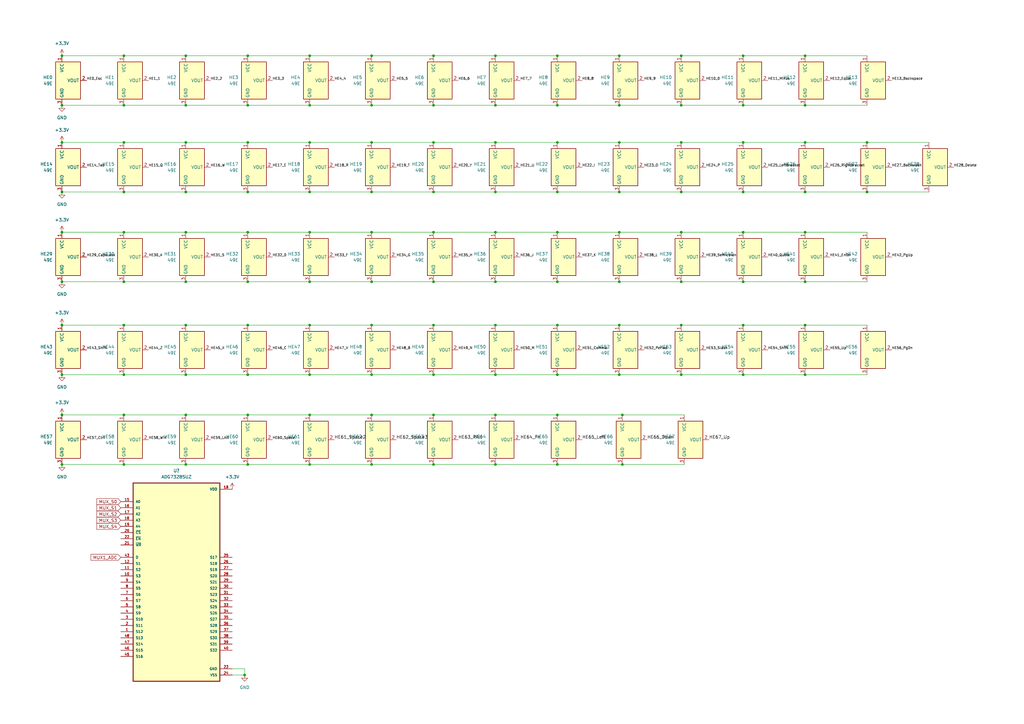
<source format=kicad_sch>
(kicad_sch (version 20250114) (generator "eeschema") (generator_version "9.0")
  (paper "A3")
  (junction (at 304.8 133.35))
  (junction (at 177.8 78.74))
  (junction (at 25.4 153.67))
  (junction (at 76.2 133.35))
  (junction (at 203.2 43.18))
  (junction (at 152.4 153.67))
  (junction (at 152.4 115.57))
  (junction (at 228.6 133.35))
  (junction (at 76.2 78.74))
  (junction (at 101.6 190.5))
  (junction (at 76.2 115.57))
  (junction (at 50.8 153.67))
  (junction (at 50.8 115.57))
  (junction (at 279.4 153.67))
  (junction (at 25.4 190.5))
  (junction (at 177.8 95.25))
  (junction (at 25.4 58.42))
  (junction (at 101.6 22.86))
  (junction (at 304.8 115.57))
  (junction (at 228.6 170.18))
  (junction (at 177.8 190.5))
  (junction (at 203.2 95.25))
  (junction (at 25.4 43.18))
  (junction (at 177.8 153.67))
  (junction (at 152.4 133.35))
  (junction (at 228.6 58.42))
  (junction (at 228.6 115.57))
  (junction (at 330.2 95.25))
  (junction (at 101.6 95.25))
  (junction (at 330.2 153.67))
  (junction (at 127 95.25))
  (junction (at 228.6 78.74))
  (junction (at 228.6 43.18))
  (junction (at 127 43.18))
  (junction (at 76.2 190.5))
  (junction (at 304.8 95.25))
  (junction (at 127 115.57))
  (junction (at 330.2 78.74))
  (junction (at 152.4 190.5))
  (junction (at 50.8 58.42))
  (junction (at 177.8 58.42))
  (junction (at 279.4 22.86))
  (junction (at 330.2 115.57))
  (junction (at 279.4 95.25))
  (junction (at 25.4 170.18))
  (junction (at 127 133.35))
  (junction (at 355.6 78.74))
  (junction (at 228.6 153.67))
  (junction (at 50.8 133.35))
  (junction (at 101.6 43.18))
  (junction (at 152.4 95.25))
  (junction (at 50.8 78.74))
  (junction (at 203.2 22.86))
  (junction (at 254 22.86))
  (junction (at 330.2 133.35))
  (junction (at 76.2 95.25))
  (junction (at 50.8 190.5))
  (junction (at 101.6 58.42))
  (junction (at 228.6 95.25))
  (junction (at 304.8 58.42))
  (junction (at 127 22.86))
  (junction (at 50.8 22.86))
  (junction (at 101.6 115.57))
  (junction (at 25.4 78.74))
  (junction (at 177.8 115.57))
  (junction (at 127 153.67))
  (junction (at 228.6 190.5))
  (junction (at 152.4 170.18))
  (junction (at 152.4 58.42))
  (junction (at 127 170.18))
  (junction (at 177.8 43.18))
  (junction (at 255.27 190.5))
  (junction (at 76.2 153.67))
  (junction (at 279.4 115.57))
  (junction (at 127 78.74))
  (junction (at 203.2 115.57))
  (junction (at 203.2 190.5))
  (junction (at 101.6 170.18))
  (junction (at 76.2 170.18))
  (junction (at 304.8 22.86))
  (junction (at 76.2 58.42))
  (junction (at 330.2 43.18))
  (junction (at 127 58.42))
  (junction (at 100.33 276.86))
  (junction (at 76.2 22.86))
  (junction (at 50.8 170.18))
  (junction (at 101.6 78.74))
  (junction (at 203.2 78.74))
  (junction (at 177.8 22.86))
  (junction (at 152.4 43.18))
  (junction (at 152.4 22.86))
  (junction (at 254 58.42))
  (junction (at 203.2 153.67))
  (junction (at 228.6 22.86))
  (junction (at 50.8 95.25))
  (junction (at 355.6 58.42))
  (junction (at 254 43.18))
  (junction (at 76.2 43.18))
  (junction (at 254 133.35))
  (junction (at 25.4 22.86))
  (junction (at 279.4 78.74))
  (junction (at 255.27 170.18))
  (junction (at 152.4 78.74))
  (junction (at 279.4 133.35))
  (junction (at 304.8 153.67))
  (junction (at 101.6 153.67))
  (junction (at 25.4 95.25))
  (junction (at 127 190.5))
  (junction (at 254 78.74))
  (junction (at 177.8 170.18))
  (junction (at 304.8 43.18))
  (junction (at 279.4 58.42))
  (junction (at 203.2 133.35))
  (junction (at 254 153.67))
  (junction (at 279.4 43.18))
  (junction (at 330.2 22.86))
  (junction (at 50.8 43.18))
  (junction (at 304.8 78.74))
  (junction (at 101.6 133.35))
  (junction (at 254 115.57))
  (junction (at 25.4 133.35))
  (junction (at 177.8 133.35))
  (junction (at 330.2 58.42))
  (junction (at 203.2 170.18))
  (junction (at 254 95.25))
  (junction (at 203.2 58.42))
  (junction (at 25.4 115.57))
  (wire (pts (xy 76.2 58.42) (xy 50.8 58.42)))
  (wire (pts (xy 76.2 95.25) (xy 50.8 95.25)))
  (wire (pts (xy 76.2 190.5) (xy 101.6 190.5)))
  (wire (pts (xy 152.4 190.5) (xy 177.8 190.5)))
  (wire (pts (xy 127 170.18) (xy 101.6 170.18)))
  (wire (pts (xy 76.2 43.18) (xy 101.6 43.18)))
  (wire (pts (xy 330.2 115.57) (xy 355.6 115.57)))
  (wire (pts (xy 25.4 115.57) (xy 50.8 115.57)))
  (wire (pts (xy 177.8 153.67) (xy 203.2 153.67)))
  (wire (pts (xy 304.8 95.25) (xy 279.4 95.25)))
  (wire (pts (xy 279.4 115.57) (xy 304.8 115.57)))
  (wire (pts (xy 76.2 115.57) (xy 101.6 115.57)))
  (wire (pts (xy 127 22.86) (xy 101.6 22.86)))
  (wire (pts (xy 127 190.5) (xy 152.4 190.5)))
  (wire (pts (xy 254 22.86) (xy 228.6 22.86)))
  (wire (pts (xy 279.4 58.42) (xy 254 58.42)))
  (wire (pts (xy 127 95.25) (xy 101.6 95.25)))
  (wire (pts (xy 76.2 22.86) (xy 50.8 22.86)))
  (wire (pts (xy 101.6 43.18) (xy 127 43.18)))
  (wire (pts (xy 25.4 190.5) (xy 50.8 190.5)))
  (wire (pts (xy 152.4 22.86) (xy 127 22.86)))
  (wire (pts (xy 152.4 58.42) (xy 127 58.42)))
  (wire (pts (xy 25.4 43.18) (xy 50.8 43.18)))
  (wire (pts (xy 50.8 133.35) (xy 25.4 133.35)))
  (wire (pts (xy 228.6 22.86) (xy 203.2 22.86)))
  (wire (pts (xy 177.8 133.35) (xy 152.4 133.35)))
  (wire (pts (xy 355.6 58.42) (xy 330.2 58.42)))
  (wire (pts (xy 101.6 95.25) (xy 76.2 95.25)))
  (wire (pts (xy 100.33 274.32) (xy 95.25 274.32)))
  (wire (pts (xy 127 115.57) (xy 152.4 115.57)))
  (wire (pts (xy 101.6 153.67) (xy 127 153.67)))
  (wire (pts (xy 177.8 190.5) (xy 203.2 190.5)))
  (wire (pts (xy 50.8 58.42) (xy 25.4 58.42)))
  (wire (pts (xy 203.2 95.25) (xy 177.8 95.25)))
  (wire (pts (xy 304.8 115.57) (xy 330.2 115.57)))
  (wire (pts (xy 381 58.42) (xy 355.6 58.42)))
  (wire (pts (xy 203.2 58.42) (xy 177.8 58.42)))
  (wire (pts (xy 203.2 22.86) (xy 177.8 22.86)))
  (wire (pts (xy 279.4 78.74) (xy 304.8 78.74)))
  (wire (pts (xy 330.2 22.86) (xy 304.8 22.86)))
  (wire (pts (xy 177.8 115.57) (xy 203.2 115.57)))
  (wire (pts (xy 228.6 43.18) (xy 254 43.18)))
  (wire (pts (xy 228.6 190.5) (xy 255.27 190.5)))
  (wire (pts (xy 228.6 58.42) (xy 203.2 58.42)))
  (wire (pts (xy 127 153.67) (xy 152.4 153.67)))
  (wire (pts (xy 127 78.74) (xy 152.4 78.74)))
  (wire (pts (xy 203.2 170.18) (xy 177.8 170.18)))
  (wire (pts (xy 177.8 58.42) (xy 152.4 58.42)))
  (wire (pts (xy 330.2 133.35) (xy 304.8 133.35)))
  (wire (pts (xy 50.8 43.18) (xy 76.2 43.18)))
  (wire (pts (xy 279.4 22.86) (xy 254 22.86)))
  (wire (pts (xy 304.8 133.35) (xy 279.4 133.35)))
  (wire (pts (xy 50.8 153.67) (xy 76.2 153.67)))
  (wire (pts (xy 177.8 170.18) (xy 152.4 170.18)))
  (wire (pts (xy 177.8 78.74) (xy 203.2 78.74)))
  (wire (pts (xy 304.8 43.18) (xy 330.2 43.18)))
  (wire (pts (xy 100.33 276.86) (xy 95.25 276.86)))
  (wire (pts (xy 25.4 153.67) (xy 50.8 153.67)))
  (wire (pts (xy 330.2 58.42) (xy 304.8 58.42)))
  (wire (pts (xy 101.6 22.86) (xy 76.2 22.86)))
  (wire (pts (xy 101.6 133.35) (xy 76.2 133.35)))
  (wire (pts (xy 203.2 43.18) (xy 228.6 43.18)))
  (wire (pts (xy 304.8 58.42) (xy 279.4 58.42)))
  (wire (pts (xy 127 133.35) (xy 101.6 133.35)))
  (wire (pts (xy 228.6 95.25) (xy 203.2 95.25)))
  (wire (pts (xy 228.6 153.67) (xy 254 153.67)))
  (wire (pts (xy 304.8 153.67) (xy 330.2 153.67)))
  (wire (pts (xy 279.4 133.35) (xy 254 133.35)))
  (wire (pts (xy 152.4 115.57) (xy 177.8 115.57)))
  (wire (pts (xy 355.6 78.74) (xy 381 78.74)))
  (wire (pts (xy 279.4 43.18) (xy 304.8 43.18)))
  (wire (pts (xy 254 58.42) (xy 228.6 58.42)))
  (wire (pts (xy 50.8 78.74) (xy 76.2 78.74)))
  (wire (pts (xy 50.8 190.5) (xy 76.2 190.5)))
  (wire (pts (xy 279.4 153.67) (xy 304.8 153.67)))
  (wire (pts (xy 101.6 190.5) (xy 127 190.5)))
  (wire (pts (xy 330.2 153.67) (xy 355.6 153.67)))
  (wire (pts (xy 101.6 115.57) (xy 127 115.57)))
  (wire (pts (xy 50.8 170.18) (xy 25.4 170.18)))
  (wire (pts (xy 279.4 95.25) (xy 254 95.25)))
  (wire (pts (xy 203.2 133.35) (xy 177.8 133.35)))
  (wire (pts (xy 203.2 115.57) (xy 228.6 115.57)))
  (wire (pts (xy 50.8 115.57) (xy 76.2 115.57)))
  (wire (pts (xy 76.2 153.67) (xy 101.6 153.67)))
  (wire (pts (xy 101.6 58.42) (xy 76.2 58.42)))
  (wire (pts (xy 228.6 170.18) (xy 255.27 170.18)))
  (wire (pts (xy 355.6 95.25) (xy 330.2 95.25)))
  (wire (pts (xy 152.4 133.35) (xy 127 133.35)))
  (wire (pts (xy 228.6 115.57) (xy 254 115.57)))
  (wire (pts (xy 355.6 133.35) (xy 330.2 133.35)))
  (wire (pts (xy 228.6 133.35) (xy 203.2 133.35)))
  (wire (pts (xy 177.8 22.86) (xy 152.4 22.86)))
  (wire (pts (xy 330.2 78.74) (xy 355.6 78.74)))
  (wire (pts (xy 76.2 133.35) (xy 50.8 133.35)))
  (wire (pts (xy 304.8 22.86) (xy 279.4 22.86)))
  (wire (pts (xy 254 43.18) (xy 279.4 43.18)))
  (wire (pts (xy 203.2 190.5) (xy 228.6 190.5)))
  (wire (pts (xy 254 133.35) (xy 228.6 133.35)))
  (wire (pts (xy 25.4 78.74) (xy 50.8 78.74)))
  (wire (pts (xy 304.8 78.74) (xy 330.2 78.74)))
  (wire (pts (xy 152.4 153.67) (xy 177.8 153.67)))
  (wire (pts (xy 152.4 95.25) (xy 127 95.25)))
  (wire (pts (xy 177.8 43.18) (xy 203.2 43.18)))
  (wire (pts (xy 330.2 95.25) (xy 304.8 95.25)))
  (wire (pts (xy 177.8 95.25) (xy 152.4 95.25)))
  (wire (pts (xy 254 95.25) (xy 228.6 95.25)))
  (wire (pts (xy 152.4 170.18) (xy 127 170.18)))
  (wire (pts (xy 355.6 22.86) (xy 330.2 22.86)))
  (wire (pts (xy 101.6 78.74) (xy 127 78.74)))
  (wire (pts (xy 76.2 78.74) (xy 101.6 78.74)))
  (wire (pts (xy 228.6 170.18) (xy 203.2 170.18)))
  (wire (pts (xy 127 43.18) (xy 152.4 43.18)))
  (wire (pts (xy 254 115.57) (xy 279.4 115.57)))
  (wire (pts (xy 152.4 78.74) (xy 177.8 78.74)))
  (wire (pts (xy 127 58.42) (xy 101.6 58.42)))
  (wire (pts (xy 254 153.67) (xy 279.4 153.67)))
  (wire (pts (xy 50.8 95.25) (xy 25.4 95.25)))
  (wire (pts (xy 203.2 153.67) (xy 228.6 153.67)))
  (wire (pts (xy 330.2 43.18) (xy 355.6 43.18)))
  (wire (pts (xy 255.27 190.5) (xy 280.67 190.5)))
  (wire (pts (xy 76.2 170.18) (xy 50.8 170.18)))
  (wire (pts (xy 152.4 43.18) (xy 177.8 43.18)))
  (wire (pts (xy 101.6 170.18) (xy 76.2 170.18)))
  (wire (pts (xy 100.33 276.86) (xy 100.33 274.32)))
  (wire (pts (xy 50.8 22.86) (xy 25.4 22.86)))
  (wire (pts (xy 254 78.74) (xy 279.4 78.74)))
  (wire (pts (xy 203.2 78.74) (xy 228.6 78.74)))
  (wire (pts (xy 280.67 170.18) (xy 255.27 170.18)))
  (wire (pts (xy 228.6 78.74) (xy 254 78.74)))
  (label "HE44_Z" (at 60.96 143.51 0) (effects (font (size 1 1))))
  (label "HE54_Shift" (at 314.96 143.51 0) (effects (font (size 1 1))))
  (label "HE16_W" (at 478.79 72.39 0) (effects (font (size 1 1))))
  (label "HE55_Up" (at 340.36 143.51 0) (effects (font (size 1 1))))
  (label "HE26_RightBracket" (at 732.79 72.39 0) (effects (font (size 1 1))))
  (label "HE27_Backslash" (at 758.19 72.39 0) (effects (font (size 1 1))))
  (label "HE32_D" (at 111.76 105.41 0) (effects (font (size 1 1))))
  (label "HE50_M" (at 605.79 147.32 0) (effects (font (size 1 1))))
  (label "HE6_6" (at 580.39 36.83 0) (effects (font (size 1 1))))
  (label "HE30_A" (at 60.96 105.41 0) (effects (font (size 1 1))))
  (label "HE60_Space" (at 504.19 184.15 0) (effects (font (size 1 1))))
  (label "HE61_Space2" (at 137.16 180.34 0))
  (label "HE58_Win" (at 453.39 184.15 0) (effects (font (size 1 1))))
  (label "HE0_Esc" (at 427.99 36.83 0) (effects (font (size 1 1))))
  (label "HE48_B" (at 554.99 147.32 0) (effects (font (size 1 1))))
  (label "HE37_K" (at 238.76 105.41 0) (effects (font (size 1 1))))
  (label "HE7_7" (at 605.79 36.83 0) (effects (font (size 1 1))))
  (label "HE17_E" (at 111.76 68.58 0) (effects (font (size 1 1))))
  (label "HE15_Q" (at 60.96 68.58 0) (effects (font (size 1 1))))
  (label "HE34_G" (at 554.99 109.22 0) (effects (font (size 1 1))))
  (label "HE18_R" (at 529.59 72.39 0) (effects (font (size 1 1))))
  (label "HE63_RAlt" (at 187.96 180.34 0))
  (label "HE64_Fn" (at 213.36 180.34 0))
  (label "HE36_J" (at 213.36 105.41 0) (effects (font (size 1 1))))
  (label "HE14_Tab" (at 35.56 68.58 0) (effects (font (size 1 1))))
  (label "HE44_Z" (at 453.39 147.32 0) (effects (font (size 1 1))))
  (label "HE19_T" (at 162.56 68.58 0) (effects (font (size 1 1))))
  (label "HE31_S" (at 478.79 109.22 0) (effects (font (size 1 1))))
  (label "HE1_1" (at 60.96 33.02 0) (effects (font (size 1 1))))
  (label "HE8_8" (at 238.76 33.02 0) (effects (font (size 1 1))))
  (label "HE50_M" (at 213.36 143.51 0) (effects (font (size 1 1))))
  (label "HE65_Left" (at 238.76 180.34 0))
  (label "HE67_Up" (at 290.83 180.34 0))
  (label "HE20_Y" (at 580.39 72.39 0) (effects (font (size 1 1))))
  (label "HE45_X" (at 86.36 143.51 0) (effects (font (size 1 1))))
  (label "HE23_O" (at 264.16 68.58 0) (effects (font (size 1 1))))
  (label "HE37_K" (at 631.19 109.22 0) (effects (font (size 1 1))))
  (label "HE39_Semicolon" (at 289.56 105.41 0) (effects (font (size 1 1))))
  (label "HE25_LeftBracket" (at 314.96 68.58 0) (effects (font (size 1 1))))
  (label "HE22_I" (at 631.19 72.39 0) (effects (font (size 1 1))))
  (label "HE53_Slash" (at 289.56 143.51 0) (effects (font (size 1 1))))
  (label "HE1_1" (at 453.39 36.83 0) (effects (font (size 1 1))))
  (label "HE58_Win" (at 60.96 180.34 0) (effects (font (size 1 1))))
  (label "HE26_RightBracket" (at 340.36 68.58 0) (effects (font (size 1 1))))
  (label "HE57_Ctrl" (at 427.99 184.15 0) (effects (font (size 1 1))))
  (label "HE51_Comma" (at 631.19 147.32 0) (effects (font (size 1 1))))
  (label "HE66_Down" (at 657.86 184.15 0))
  (label "HE54_Shift" (at 707.39 147.32 0) (effects (font (size 1 1))))
  (label "HE40_Quote" (at 707.39 109.22 0) (effects (font (size 1 1))))
  (label "HE28_Delete" (at 391.16 68.58 0) (effects (font (size 1 1))))
  (label "HE33_F" (at 137.16 105.41 0) (effects (font (size 1 1))))
  (label "HE29_CapsLock" (at 427.99 109.22 0) (effects (font (size 1 1))))
  (label "HE9_9" (at 264.16 33.02 0) (effects (font (size 1 1))))
  (label "HE30_A" (at 453.39 109.22 0) (effects (font (size 1 1))))
  (label "HE5_5" (at 162.56 33.02 0) (effects (font (size 1 1))))
  (label "HE15_Q" (at 453.39 72.39 0) (effects (font (size 1 1))))
  (label "HE3_3" (at 504.19 36.83 0) (effects (font (size 1 1))))
  (label "HE3_3" (at 111.76 33.02 0) (effects (font (size 1 1))))
  (label "HE12_Equal" (at 340.36 33.02 0) (effects (font (size 1 1))))
  (label "HE41_Enter" (at 732.79 109.22 0) (effects (font (size 1 1))))
  (label "HE14_Tab" (at 427.99 72.39 0) (effects (font (size 1 1))))
  (label "HE52_Period" (at 656.59 147.32 0) (effects (font (size 1 1))))
  (label "HE33_F" (at 529.59 109.22 0) (effects (font (size 1 1))))
  (label "HE23_O" (at 656.59 72.39 0) (effects (font (size 1 1))))
  (label "HE46_C" (at 504.19 147.32 0) (effects (font (size 1 1))))
  (label "HE18_R" (at 137.16 68.58 0) (effects (font (size 1 1))))
  (label "HE35_H" (at 187.96 105.41 0) (effects (font (size 1 1))))
  (label "HE43_Shift" (at 35.56 143.51 0) (effects (font (size 1 1))))
  (label "HE60_Space" (at 111.76 180.34 0) (effects (font (size 1 1))))
  (label "HE38_L" (at 656.59 109.22 0) (effects (font (size 1 1))))
  (label "HE13_Backspace" (at 365.76 33.02 0) (effects (font (size 1 1))))
  (label "HE57_Ctrl" (at 35.56 180.34 0) (effects (font (size 1 1))))
  (label "HE22_I" (at 238.76 68.58 0) (effects (font (size 1 1))))
  (label "HE9_9" (at 656.59 36.83 0) (effects (font (size 1 1))))
  (label "HE16_W" (at 86.36 68.58 0) (effects (font (size 1 1))))
  (label "HE13_Backspace" (at 758.19 36.83 0) (effects (font (size 1 1))))
  (label "HE7_7" (at 213.36 33.02 0) (effects (font (size 1 1))))
  (label "HE64_Fn" (at 605.79 184.15 0))
  (label "HE27_Backslash" (at 365.76 68.58 0) (effects (font (size 1 1))))
  (label "HE55_Up" (at 732.79 147.32 0) (effects (font (size 1 1))))
  (label "HE10_0" (at 289.56 33.02 0) (effects (font (size 1 1))))
  (label "HE25_LeftBracket" (at 707.39 72.39 0) (effects (font (size 1 1))))
  (label "HE65_Left" (at 631.19 184.15 0))
  (label "HE46_C" (at 111.76 143.51 0) (effects (font (size 1 1))))
  (label "HE56_PgDn" (at 365.76 143.51 0) (effects (font (size 1 1))))
  (label "HE4_4" (at 137.16 33.02 0) (effects (font (size 1 1))))
  (label "HE11_Minus" (at 707.39 36.83 0) (effects (font (size 1 1))))
  (label "HE28_Delete" (at 783.59 72.39 0) (effects (font (size 1 1))))
  (label "HE43_Shift" (at 427.99 147.32 0) (effects (font (size 1 1))))
  (label "HE59_LAlt" (at 478.79 184.15 0) (effects (font (size 1 1))))
  (label "HE63_RAlt" (at 580.39 184.15 0))
  (label "HE66_Down" (at 265.43 180.34 0))
  (label "HE62_Space3" (at 554.99 184.15 0))
  (label "HE31_S" (at 86.36 105.41 0) (effects (font (size 1 1))))
  (label "HE36_J" (at 605.79 109.22 0) (effects (font (size 1 1))))
  (label "HE47_V" (at 137.16 143.51 0) (effects (font (size 1 1))))
  (label "HE2_2" (at 86.36 33.02 0) (effects (font (size 1 1))))
  (label "HE24_P" (at 289.56 68.58 0) (effects (font (size 1 1))))
  (label "HE38_L" (at 264.16 105.41 0) (effects (font (size 1 1))))
  (label "HE61_Space2" (at 529.59 184.15 0))
  (label "HE0_Esc" (at 35.56 33.02 0) (effects (font (size 1 1))))
  (label "HE45_X" (at 478.79 147.32 0) (effects (font (size 1 1))))
  (label "HE49_N" (at 187.96 143.51 0) (effects (font (size 1 1))))
  (label "HE48_B" (at 162.56 143.51 0) (effects (font (size 1 1))))
  (label "HE67_Up" (at 683.26 184.15 0))
  (label "HE35_H" (at 580.39 109.22 0) (effects (font (size 1 1))))
  (label "HE59_LAlt" (at 86.36 180.34 0) (effects (font (size 1 1))))
  (label "HE17_E" (at 504.19 72.39 0) (effects (font (size 1 1))))
  (label "HE42_PgUp" (at 758.19 109.22 0) (effects (font (size 1 1))))
  (label "HE53_Slash" (at 681.99 147.32 0) (effects (font (size 1 1))))
  (label "HE8_8" (at 631.19 36.83 0) (effects (font (size 1 1))))
  (label "HE20_Y" (at 187.96 68.58 0) (effects (font (size 1 1))))
  (label "HE56_PgDn" (at 758.19 147.32 0) (effects (font (size 1 1))))
  (label "HE5_5" (at 554.99 36.83 0) (effects (font (size 1 1))))
  (label "HE42_PgUp" (at 365.76 105.41 0) (effects (font (size 1 1))))
  (label "HE41_Enter" (at 340.36 105.41 0) (effects (font (size 1 1))))
  (label "HE40_Quote" (at 314.96 105.41 0) (effects (font (size 1 1))))
  (label "HE12_Equal" (at 732.79 36.83 0) (effects (font (size 1 1))))
  (label "HE49_N" (at 580.39 147.32 0) (effects (font (size 1 1))))
  (label "HE19_T" (at 554.99 72.39 0) (effects (font (size 1 1))))
  (label "HE2_2" (at 478.79 36.83 0) (effects (font (size 1 1))))
  (label "HE21_U" (at 605.79 72.39 0) (effects (font (size 1 1))))
  (label "HE4_4" (at 529.59 36.83 0) (effects (font (size 1 1))))
  (label "HE51_Comma" (at 238.76 143.51 0) (effects (font (size 1 1))))
  (label "HE10_0" (at 681.99 36.83 0) (effects (font (size 1 1))))
  (label "HE32_D" (at 504.19 109.22 0) (effects (font (size 1 1))))
  (label "HE29_CapsLock" (at 35.56 105.41 0) (effects (font (size 1 1))))
  (label "HE11_Minus" (at 314.96 33.02 0) (effects (font (size 1 1))))
  (label "HE62_Space3" (at 162.56 180.34 0))
  (label "HE24_P" (at 681.99 72.39 0) (effects (font (size 1 1))))
  (label "HE52_Period" (at 264.16 143.51 0) (effects (font (size 1 1))))
  (label "HE21_U" (at 213.36 68.58 0) (effects (font (size 1 1))))
  (label "HE6_6" (at 187.96 33.02 0) (effects (font (size 1 1))))
  (label "HE39_Semicolon" (at 681.99 109.22 0) (effects (font (size 1 1))))
  (label "HE34_G" (at 162.56 105.41 0) (effects (font (size 1 1))))
  (label "HE47_V" (at 529.59 147.32 0) (effects (font (size 1 1))))
  (global_label "MUX_S2" (shape input) (at 49.53 210.82 180) (property "Intersheetrefs" "${INTERSHEET_REFS}" (effects (hide yes))))
  (global_label "MUX_S4" (shape input) (at 49.53 215.9 180) (property "Intersheetrefs" "${INTERSHEET_REFS}" (effects (hide yes))))
  (global_label "MUX_S0" (shape input) (at 49.53 205.74 180) (property "Intersheetrefs" "${INTERSHEET_REFS}" (effects (hide yes))))
  (global_label "MUX_S1" (shape input) (at 49.53 208.28 180) (property "Intersheetrefs" "${INTERSHEET_REFS}" (effects (hide yes))))
  (global_label "MUX1_ADC" (shape input) (at 49.53 228.6 180) (property "Intersheetrefs" "${INTERSHEET_REFS}" (effects (hide yes))))
  (global_label "MUX_S3" (shape input) (at 49.53 213.36 180) (property "Intersheetrefs" "${INTERSHEET_REFS}" (effects (hide yes))))
  (symbol (lib_id "PCM_marbastlib-he:SW_MX_HE") (at 154.94 180.34 0) (unit 1)
    (property "Reference" "HE62" (at 148.59 179.0699 0) (effects (justify right)))
    (property "Value" "49E" (at 148.59 181.6099 0) (effects (justify right)))
    (property "Footprint" "PCM_marbastlib-xp-he:SW_MX_HE_90deg_2.75u_Rules" (effects (hide yes)))
    (property "Datasheet" "https://wmsc.lcsc.com/wmsc/upload/file/pdf/v2/lcsc/2310271810_Hallwee-HAL9303SO_C19089525.pdf" (effects (hide yes)))
    (property "Description" "Hall effect switch, bipolar, -+1000Gs, 4.7mV/Gs, -40C to +150C, SOT-23" (effects (hide yes)))
    (property "LCSC" "C7420984" (effects (hide yes)))
  )
  (symbol (lib_id "power:GND") (at 100.33 276.86 0) (unit 1)
    (property "Reference" "#PWR039" (effects (hide yes)))
    (property "Value" "GND" (at 100.33 281.94 0))
    (property "Description" "Power symbol creates a global label with name \"GND\" , ground" (effects (hide yes)))
  )
  (symbol (lib_id "PCM_marbastlib-he:SW_MX_HE") (at 104.14 180.34 0) (unit 1)
    (property "Reference" "HE60" (at 97.79 179.0699 0) (effects (justify right)))
    (property "Value" "49E" (at 97.79 181.6099 0) (effects (justify right)))
    (property "Footprint" "PCM_marbastlib-xp-he:SW_MX_HE_90deg_2.25u_Rules" (effects (hide yes)))
    (property "Datasheet" "https://wmsc.lcsc.com/wmsc/upload/file/pdf/v2/lcsc/2310271810_Hallwee-HAL9303SO_C19089525.pdf" (effects (hide yes)))
    (property "Description" "Hall effect switch, bipolar, -+1000Gs, 4.7mV/Gs, -40C to +150C, SOT-23" (effects (hide yes)))
    (property "LCSC" "C7420984" (effects (hide yes)))
  )
  (symbol (lib_id "PCM_marbastlib-he:SW_MX_HE") (at 78.74 105.41 0) (unit 1)
    (property "Reference" "HE31" (at 72.39 104.1399 0) (effects (justify right)))
    (property "Value" "49E" (at 72.39 106.6799 0) (effects (justify right)))
    (property "Footprint" "PCM_marbastlib-xp-he:SW_MX_HE_90deg_1u_Rules" (effects (hide yes)))
    (property "Datasheet" "https://wmsc.lcsc.com/wmsc/upload/file/pdf/v2/lcsc/2310271810_Hallwee-HAL9303SO_C19089525.pdf" (effects (hide yes)))
    (property "Description" "Hall effect switch, bipolar, -+1000Gs, 4.7mV/Gs, -40C to +150C, SOT-23" (effects (hide yes)))
    (property "LCSC" "C7420984" (effects (hide yes)))
  )
  (symbol (lib_id "PCM_marbastlib-he:SW_MX_HE") (at 180.34 143.51 0) (unit 1)
    (property "Reference" "HE49" (at 173.99 142.2399 0) (effects (justify right)))
    (property "Value" "49E" (at 173.99 144.7799 0) (effects (justify right)))
    (property "Footprint" "PCM_marbastlib-xp-he:SW_MX_HE_90deg_1u_Rules" (effects (hide yes)))
    (property "Datasheet" "https://wmsc.lcsc.com/wmsc/upload/file/pdf/v2/lcsc/2310271810_Hallwee-HAL9303SO_C19089525.pdf" (effects (hide yes)))
    (property "Description" "Hall effect switch, bipolar, -+1000Gs, 4.7mV/Gs, -40C to +150C, SOT-23" (effects (hide yes)))
    (property "LCSC" "C7420984" (effects (hide yes)))
  )
  (symbol (lib_id "PCM_marbastlib-he:SW_MX_HE") (at 53.34 180.34 0) (unit 1)
    (property "Reference" "HE58" (at 46.99 179.0699 0) (effects (justify right)))
    (property "Value" "49E" (at 46.99 181.6099 0) (effects (justify right)))
    (property "Footprint" "PCM_marbastlib-xp-he:SW_MX_HE_90deg_1.25u_Rules" (effects (hide yes)))
    (property "Datasheet" "https://wmsc.lcsc.com/wmsc/upload/file/pdf/v2/lcsc/2310271810_Hallwee-HAL9303SO_C19089525.pdf" (effects (hide yes)))
    (property "Description" "Hall effect switch, bipolar, -+1000Gs, 4.7mV/Gs, -40C to +150C, SOT-23" (effects (hide yes)))
    (property "LCSC" "C7420984" (effects (hide yes)))
  )
  (symbol (lib_id "power:GND") (at 25.4 153.67 0) (unit 1)
    (property "Reference" "#PWR035" (effects (hide yes)))
    (property "Value" "GND" (at 25.4 158.75 0))
    (property "Description" "Power symbol creates a global label with name \"GND\" , ground" (effects (hide yes)))
  )
  (symbol (lib_id "PCM_marbastlib-he:SW_MX_HE") (at 53.34 68.58 0) (unit 1)
    (property "Reference" "HE15" (at 46.99 67.3099 0) (effects (justify right)))
    (property "Value" "49E" (at 46.99 69.8499 0) (effects (justify right)))
    (property "Footprint" "PCM_marbastlib-xp-he:SW_MX_HE_90deg_1u_Rules" (effects (hide yes)))
    (property "Datasheet" "https://wmsc.lcsc.com/wmsc/upload/file/pdf/v2/lcsc/2310271810_Hallwee-HAL9303SO_C19089525.pdf" (effects (hide yes)))
    (property "Description" "Hall effect switch, bipolar, -+1000Gs, 4.7mV/Gs, -40C to +150C, SOT-23" (effects (hide yes)))
    (property "LCSC" "C7420984" (effects (hide yes)))
  )
  (symbol (lib_id "PCM_4ms_Power-symbol:+3.3V") (at 25.4 133.35 0) (unit 1)
    (property "Reference" "#PWR034" (effects (hide yes)))
    (property "Value" "+3.3V" (at 25.4 128.27 0))
  )
  (symbol (lib_id "PCM_marbastlib-he:SW_MX_HE") (at 358.14 143.51 0) (unit 1)
    (property "Reference" "HE56" (at 351.79 142.2399 0) (effects (justify right)))
    (property "Value" "49E" (at 351.79 144.7799 0) (effects (justify right)))
    (property "Footprint" "PCM_marbastlib-xp-he:SW_MX_HE_90deg_1u_Rules" (effects (hide yes)))
    (property "Datasheet" "https://wmsc.lcsc.com/wmsc/upload/file/pdf/v2/lcsc/2310271810_Hallwee-HAL9303SO_C19089525.pdf" (effects (hide yes)))
    (property "Description" "Hall effect switch, bipolar, -+1000Gs, 4.7mV/Gs, -40C to +150C, SOT-23" (effects (hide yes)))
    (property "LCSC" "C7420984" (effects (hide yes)))
  )
  (symbol (lib_id "power:GND") (at 25.4 115.57 0) (unit 1)
    (property "Reference" "#PWR033" (effects (hide yes)))
    (property "Value" "GND" (at 25.4 120.65 0))
    (property "Description" "Power symbol creates a global label with name \"GND\" , ground" (effects (hide yes)))
  )
  (symbol (lib_id "PCM_marbastlib-he:SW_MX_HE") (at 104.14 68.58 0) (unit 1)
    (property "Reference" "HE17" (at 97.79 67.3099 0) (effects (justify right)))
    (property "Value" "49E" (at 97.79 69.8499 0) (effects (justify right)))
    (property "Footprint" "PCM_marbastlib-xp-he:SW_MX_HE_90deg_1u_Rules" (effects (hide yes)))
    (property "Datasheet" "https://wmsc.lcsc.com/wmsc/upload/file/pdf/v2/lcsc/2310271810_Hallwee-HAL9303SO_C19089525.pdf" (effects (hide yes)))
    (property "Description" "Hall effect switch, bipolar, -+1000Gs, 4.7mV/Gs, -40C to +150C, SOT-23" (effects (hide yes)))
    (property "LCSC" "C7420984" (effects (hide yes)))
  )
  (symbol (lib_id "PCM_marbastlib-he:SW_MX_HE") (at 256.54 143.51 0) (unit 1)
    (property "Reference" "HE52" (at 250.19 142.2399 0) (effects (justify right)))
    (property "Value" "49E" (at 250.19 144.7799 0) (effects (justify right)))
    (property "Footprint" "PCM_marbastlib-xp-he:SW_MX_HE_90deg_1u_Rules" (effects (hide yes)))
    (property "Datasheet" "https://wmsc.lcsc.com/wmsc/upload/file/pdf/v2/lcsc/2310271810_Hallwee-HAL9303SO_C19089525.pdf" (effects (hide yes)))
    (property "Description" "Hall effect switch, bipolar, -+1000Gs, 4.7mV/Gs, -40C to +150C, SOT-23" (effects (hide yes)))
    (property "LCSC" "C7420984" (effects (hide yes)))
  )
  (symbol (lib_id "PCM_marbastlib-he:SW_MX_HE") (at 154.94 68.58 0) (unit 1)
    (property "Reference" "HE19" (at 148.59 67.3099 0) (effects (justify right)))
    (property "Value" "49E" (at 148.59 69.8499 0) (effects (justify right)))
    (property "Footprint" "PCM_marbastlib-xp-he:SW_MX_HE_90deg_1u_Rules" (effects (hide yes)))
    (property "Datasheet" "https://wmsc.lcsc.com/wmsc/upload/file/pdf/v2/lcsc/2310271810_Hallwee-HAL9303SO_C19089525.pdf" (effects (hide yes)))
    (property "Description" "Hall effect switch, bipolar, -+1000Gs, 4.7mV/Gs, -40C to +150C, SOT-23" (effects (hide yes)))
    (property "LCSC" "C7420984" (effects (hide yes)))
  )
  (symbol (lib_id "PCM_marbastlib-he:SW_MX_HE") (at 27.94 33.02 0) (unit 1)
    (property "Reference" "HE0" (at 21.59 31.7499 0) (effects (justify right)))
    (property "Value" "49E" (at 21.59 34.2899 0) (effects (justify right)))
    (property "Footprint" "PCM_marbastlib-xp-he:SW_MX_HE_90deg_1u_Rules" (effects (hide yes)))
    (property "Datasheet" "https://wmsc.lcsc.com/wmsc/upload/file/pdf/v2/lcsc/2310271810_Hallwee-HAL9303SO_C19089525.pdf" (effects (hide yes)))
    (property "Description" "Hall effect switch, bipolar, -+1000Gs, 4.7mV/Gs, -40C to +150C, SOT-23" (effects (hide yes)))
    (property "LCSC" "C7420984" (effects (hide yes)))
  )
  (symbol (lib_id "PCM_marbastlib-he:SW_MX_HE") (at 78.74 143.51 0) (unit 1)
    (property "Reference" "HE45" (at 72.39 142.2399 0) (effects (justify right)))
    (property "Value" "49E" (at 72.39 144.7799 0) (effects (justify right)))
    (property "Footprint" "PCM_marbastlib-xp-he:SW_MX_HE_90deg_1u_Rules" (effects (hide yes)))
    (property "Datasheet" "https://wmsc.lcsc.com/wmsc/upload/file/pdf/v2/lcsc/2310271810_Hallwee-HAL9303SO_C19089525.pdf" (effects (hide yes)))
    (property "Description" "Hall effect switch, bipolar, -+1000Gs, 4.7mV/Gs, -40C to +150C, SOT-23" (effects (hide yes)))
    (property "LCSC" "C7420984" (effects (hide yes)))
  )
  (symbol (lib_id "PCM_marbastlib-he:SW_MX_HE") (at 281.94 105.41 0) (unit 1)
    (property "Reference" "HE39" (at 275.59 104.1399 0) (effects (justify right)))
    (property "Value" "49E" (at 275.59 106.6799 0) (effects (justify right)))
    (property "Footprint" "PCM_marbastlib-xp-he:SW_MX_HE_90deg_1u_Rules" (effects (hide yes)))
    (property "Datasheet" "https://wmsc.lcsc.com/wmsc/upload/file/pdf/v2/lcsc/2310271810_Hallwee-HAL9303SO_C19089525.pdf" (effects (hide yes)))
    (property "Description" "Hall effect switch, bipolar, -+1000Gs, 4.7mV/Gs, -40C to +150C, SOT-23" (effects (hide yes)))
    (property "LCSC" "C7420984" (effects (hide yes)))
  )
  (symbol (lib_id "PCM_marbastlib-he:SW_MX_HE") (at 180.34 68.58 0) (unit 1)
    (property "Reference" "HE20" (at 173.99 67.3099 0) (effects (justify right)))
    (property "Value" "49E" (at 173.99 69.8499 0) (effects (justify right)))
    (property "Footprint" "PCM_marbastlib-xp-he:SW_MX_HE_90deg_1u_Rules" (effects (hide yes)))
    (property "Datasheet" "https://wmsc.lcsc.com/wmsc/upload/file/pdf/v2/lcsc/2310271810_Hallwee-HAL9303SO_C19089525.pdf" (effects (hide yes)))
    (property "Description" "Hall effect switch, bipolar, -+1000Gs, 4.7mV/Gs, -40C to +150C, SOT-23" (effects (hide yes)))
    (property "LCSC" "C7420984" (effects (hide yes)))
  )
  (symbol (lib_id "PCM_marbastlib-he:SW_MX_HE") (at 104.14 33.02 0) (unit 1)
    (property "Reference" "HE3" (at 97.79 31.7499 0) (effects (justify right)))
    (property "Value" "49E" (at 97.79 34.2899 0) (effects (justify right)))
    (property "Footprint" "PCM_marbastlib-xp-he:SW_MX_HE_90deg_1u_Rules" (effects (hide yes)))
    (property "Datasheet" "https://wmsc.lcsc.com/wmsc/upload/file/pdf/v2/lcsc/2310271810_Hallwee-HAL9303SO_C19089525.pdf" (effects (hide yes)))
    (property "Description" "Hall effect switch, bipolar, -+1000Gs, 4.7mV/Gs, -40C to +150C, SOT-23" (effects (hide yes)))
    (property "LCSC" "C7420984" (effects (hide yes)))
  )
  (symbol (lib_id "PCM_marbastlib-he:SW_MX_HE") (at 231.14 33.02 0) (unit 1)
    (property "Reference" "HE8" (at 224.79 31.7499 0) (effects (justify right)))
    (property "Value" "49E" (at 224.79 34.2899 0) (effects (justify right)))
    (property "Footprint" "PCM_marbastlib-xp-he:SW_MX_HE_90deg_1u_Rules" (effects (hide yes)))
    (property "Datasheet" "https://wmsc.lcsc.com/wmsc/upload/file/pdf/v2/lcsc/2310271810_Hallwee-HAL9303SO_C19089525.pdf" (effects (hide yes)))
    (property "Description" "Hall effect switch, bipolar, -+1000Gs, 4.7mV/Gs, -40C to +150C, SOT-23" (effects (hide yes)))
    (property "LCSC" "C7420984" (effects (hide yes)))
  )
  (symbol (lib_id "PCM_marbastlib-he:SW_MX_HE") (at 205.74 143.51 0) (unit 1)
    (property "Reference" "HE50" (at 199.39 142.2399 0) (effects (justify right)))
    (property "Value" "49E" (at 199.39 144.7799 0) (effects (justify right)))
    (property "Footprint" "PCM_marbastlib-xp-he:SW_MX_HE_90deg_1u_Rules" (effects (hide yes)))
    (property "Datasheet" "https://wmsc.lcsc.com/wmsc/upload/file/pdf/v2/lcsc/2310271810_Hallwee-HAL9303SO_C19089525.pdf" (effects (hide yes)))
    (property "Description" "Hall effect switch, bipolar, -+1000Gs, 4.7mV/Gs, -40C to +150C, SOT-23" (effects (hide yes)))
    (property "LCSC" "C7420984" (effects (hide yes)))
  )
  (symbol (lib_id "PCM_marbastlib-he:SW_MX_HE") (at 205.74 180.34 0) (unit 1)
    (property "Reference" "HE64" (at 199.39 179.0699 0) (effects (justify right)))
    (property "Value" "49E" (at 199.39 181.6099 0) (effects (justify right)))
    (property "Footprint" "PCM_marbastlib-xp-he:SW_MX_HE_90deg_1.25u_Rules" (effects (hide yes)))
    (property "Datasheet" "https://wmsc.lcsc.com/wmsc/upload/file/pdf/v2/lcsc/2310271810_Hallwee-HAL9303SO_C19089525.pdf" (effects (hide yes)))
    (property "Description" "Hall effect switch, bipolar, -+1000Gs, 4.7mV/Gs, -40C to +150C, SOT-23" (effects (hide yes)))
    (property "LCSC" "C7420984" (effects (hide yes)))
  )
  (symbol (lib_id "PCM_marbastlib-he:SW_MX_HE") (at 78.74 33.02 0) (unit 1)
    (property "Reference" "HE2" (at 72.39 31.7499 0) (effects (justify right)))
    (property "Value" "49E" (at 72.39 34.2899 0) (effects (justify right)))
    (property "Footprint" "PCM_marbastlib-xp-he:SW_MX_HE_90deg_1u_Rules" (effects (hide yes)))
    (property "Datasheet" "https://wmsc.lcsc.com/wmsc/upload/file/pdf/v2/lcsc/2310271810_Hallwee-HAL9303SO_C19089525.pdf" (effects (hide yes)))
    (property "Description" "Hall effect switch, bipolar, -+1000Gs, 4.7mV/Gs, -40C to +150C, SOT-23" (effects (hide yes)))
    (property "LCSC" "C7420984" (effects (hide yes)))
  )
  (symbol (lib_id "PCM_marbastlib-he:SW_MX_HE") (at 154.94 33.02 0) (unit 1)
    (property "Reference" "HE5" (at 148.59 31.7499 0) (effects (justify right)))
    (property "Value" "49E" (at 148.59 34.2899 0) (effects (justify right)))
    (property "Footprint" "PCM_marbastlib-xp-he:SW_MX_HE_90deg_1u_Rules" (effects (hide yes)))
    (property "Datasheet" "https://wmsc.lcsc.com/wmsc/upload/file/pdf/v2/lcsc/2310271810_Hallwee-HAL9303SO_C19089525.pdf" (effects (hide yes)))
    (property "Description" "Hall effect switch, bipolar, -+1000Gs, 4.7mV/Gs, -40C to +150C, SOT-23" (effects (hide yes)))
    (property "LCSC" "C7420984" (effects (hide yes)))
  )
  (symbol (lib_id "PCM_marbastlib-he:SW_MX_HE") (at 205.74 33.02 0) (unit 1)
    (property "Reference" "HE7" (at 199.39 31.7499 0) (effects (justify right)))
    (property "Value" "49E" (at 199.39 34.2899 0) (effects (justify right)))
    (property "Footprint" "PCM_marbastlib-xp-he:SW_MX_HE_90deg_1u_Rules" (effects (hide yes)))
    (property "Datasheet" "https://wmsc.lcsc.com/wmsc/upload/file/pdf/v2/lcsc/2310271810_Hallwee-HAL9303SO_C19089525.pdf" (effects (hide yes)))
    (property "Description" "Hall effect switch, bipolar, -+1000Gs, 4.7mV/Gs, -40C to +150C, SOT-23" (effects (hide yes)))
    (property "LCSC" "C7420984" (effects (hide yes)))
  )
  (symbol (lib_id "PCM_marbastlib-he:SW_MX_HE") (at 307.34 105.41 0) (unit 1)
    (property "Reference" "HE40" (at 300.99 104.1399 0) (effects (justify right)))
    (property "Value" "49E" (at 300.99 106.6799 0) (effects (justify right)))
    (property "Footprint" "PCM_marbastlib-xp-he:SW_MX_HE_90deg_1u_Rules" (effects (hide yes)))
    (property "Datasheet" "https://wmsc.lcsc.com/wmsc/upload/file/pdf/v2/lcsc/2310271810_Hallwee-HAL9303SO_C19089525.pdf" (effects (hide yes)))
    (property "Description" "Hall effect switch, bipolar, -+1000Gs, 4.7mV/Gs, -40C to +150C, SOT-23" (effects (hide yes)))
    (property "LCSC" "C7420984" (effects (hide yes)))
  )
  (symbol (lib_id "PCM_marbastlib-he:SW_MX_HE") (at 129.54 68.58 0) (unit 1)
    (property "Reference" "HE18" (at 123.19 67.3099 0) (effects (justify right)))
    (property "Value" "49E" (at 123.19 69.8499 0) (effects (justify right)))
    (property "Footprint" "PCM_marbastlib-xp-he:SW_MX_HE_90deg_1u_Rules" (effects (hide yes)))
    (property "Datasheet" "https://wmsc.lcsc.com/wmsc/upload/file/pdf/v2/lcsc/2310271810_Hallwee-HAL9303SO_C19089525.pdf" (effects (hide yes)))
    (property "Description" "Hall effect switch, bipolar, -+1000Gs, 4.7mV/Gs, -40C to +150C, SOT-23" (effects (hide yes)))
    (property "LCSC" "C7420984" (effects (hide yes)))
  )
  (symbol (lib_id "PCM_marbastlib-he:SW_MX_HE") (at 358.14 33.02 0) (unit 1)
    (property "Reference" "HE13" (at 351.79 31.7499 0) (effects (justify right)))
    (property "Value" "49E" (at 351.79 34.2899 0) (effects (justify right)))
    (property "Footprint" "PCM_marbastlib-xp-he:SW_MX_HE_90deg_2.00u_Rules" (effects (hide yes)))
    (property "Datasheet" "https://wmsc.lcsc.com/wmsc/upload/file/pdf/v2/lcsc/2310271810_Hallwee-HAL9303SO_C19089525.pdf" (effects (hide yes)))
    (property "Description" "Hall effect switch, bipolar, -+1000Gs, 4.7mV/Gs, -40C to +150C, SOT-23" (effects (hide yes)))
    (property "LCSC" "C7420984" (effects (hide yes)))
  )
  (symbol (lib_id "PCM_4ms_Power-symbol:+3.3V") (at 95.25 200.66 0) (unit 1)
    (property "Reference" "#PWR038" (effects (hide yes)))
    (property "Value" "+3.3V" (at 95.25 195.58 0))
  )
  (symbol (lib_id "PCM_marbastlib-he:SW_MX_HE") (at 256.54 105.41 0) (unit 1)
    (property "Reference" "HE38" (at 250.19 104.1399 0) (effects (justify right)))
    (property "Value" "49E" (at 250.19 106.6799 0) (effects (justify right)))
    (property "Footprint" "PCM_marbastlib-xp-he:SW_MX_HE_90deg_1u_Rules" (effects (hide yes)))
    (property "Datasheet" "https://wmsc.lcsc.com/wmsc/upload/file/pdf/v2/lcsc/2310271810_Hallwee-HAL9303SO_C19089525.pdf" (effects (hide yes)))
    (property "Description" "Hall effect switch, bipolar, -+1000Gs, 4.7mV/Gs, -40C to +150C, SOT-23" (effects (hide yes)))
    (property "LCSC" "C7420984" (effects (hide yes)))
  )
  (symbol (lib_id "PCM_marbastlib-he:SW_MX_HE") (at 78.74 180.34 0) (unit 1)
    (property "Reference" "HE59" (at 72.39 179.0699 0) (effects (justify right)))
    (property "Value" "49E" (at 72.39 181.6099 0) (effects (justify right)))
    (property "Footprint" "PCM_marbastlib-xp-he:SW_MX_HE_90deg_1.25u_Rules" (effects (hide yes)))
    (property "Datasheet" "https://wmsc.lcsc.com/wmsc/upload/file/pdf/v2/lcsc/2310271810_Hallwee-HAL9303SO_C19089525.pdf" (effects (hide yes)))
    (property "Description" "Hall effect switch, bipolar, -+1000Gs, 4.7mV/Gs, -40C to +150C, SOT-23" (effects (hide yes)))
    (property "LCSC" "C7420984" (effects (hide yes)))
  )
  (symbol (lib_id "PCM_marbastlib-he:SW_MX_HE") (at 27.94 143.51 0) (unit 1)
    (property "Reference" "HE43" (at 21.59 142.2399 0) (effects (justify right)))
    (property "Value" "49E" (at 21.59 144.7799 0) (effects (justify right)))
    (property "Footprint" "PCM_marbastlib-xp-he:SW_MX_HE_90deg_2.25u_Rules" (effects (hide yes)))
    (property "Datasheet" "https://wmsc.lcsc.com/wmsc/upload/file/pdf/v2/lcsc/2310271810_Hallwee-HAL9303SO_C19089525.pdf" (effects (hide yes)))
    (property "Description" "Hall effect switch, bipolar, -+1000Gs, 4.7mV/Gs, -40C to +150C, SOT-23" (effects (hide yes)))
    (property "LCSC" "C7420984" (effects (hide yes)))
  )
  (symbol (lib_id "PCM_marbastlib-he:SW_MX_HE") (at 332.74 68.58 0) (unit 1)
    (property "Reference" "HE26" (at 326.39 67.3099 0) (effects (justify right)))
    (property "Value" "49E" (at 326.39 69.8499 0) (effects (justify right)))
    (property "Footprint" "PCM_marbastlib-xp-he:SW_MX_HE_90deg_1u_Rules" (effects (hide yes)))
    (property "Datasheet" "https://wmsc.lcsc.com/wmsc/upload/file/pdf/v2/lcsc/2310271810_Hallwee-HAL9303SO_C19089525.pdf" (effects (hide yes)))
    (property "Description" "Hall effect switch, bipolar, -+1000Gs, 4.7mV/Gs, -40C to +150C, SOT-23" (effects (hide yes)))
    (property "LCSC" "C7420984" (effects (hide yes)))
  )
  (symbol (lib_id "PCM_marbastlib-he:SW_MX_HE") (at 256.54 33.02 0) (unit 1)
    (property "Reference" "HE9" (at 250.19 31.7499 0) (effects (justify right)))
    (property "Value" "49E" (at 250.19 34.2899 0) (effects (justify right)))
    (property "Footprint" "PCM_marbastlib-xp-he:SW_MX_HE_90deg_1u_Rules" (effects (hide yes)))
    (property "Datasheet" "https://wmsc.lcsc.com/wmsc/upload/file/pdf/v2/lcsc/2310271810_Hallwee-HAL9303SO_C19089525.pdf" (effects (hide yes)))
    (property "Description" "Hall effect switch, bipolar, -+1000Gs, 4.7mV/Gs, -40C to +150C, SOT-23" (effects (hide yes)))
    (property "LCSC" "C7420984" (effects (hide yes)))
  )
  (symbol (lib_id "ADG732BSUZ:ADG732BSUZ") (at 72.39 238.76 0) (unit 1)
    (property "Reference" "U?" (at 72.39 193.04 0))
    (property "Value" "ADG732BSUZ" (at 72.39 195.58 0))
    (property "Footprint" "Package_SO:SSOP-24_5.3x8.2mm_P0.65mm" (effects (hide yes)))
    (property "Description" "Analog Multiplexer Single 32: 1 48-Pin TQFP Tray" (effects (hide yes)))
    (property "MF" "Analog Devices" (effects (hide yes)))
    (property "PACKAGE" "TQFP-48 Analog Devices" (effects (hide yes)))
    (property "PRICE" "None" (effects (hide yes)))
    (property "Package" "TQFP -48 Analog Devices" (effects (hide yes)))
    (property "Check_prices" "https://www.snapeda.com/parts/ADG732BSUZ/Analog+Devices/view-part/?ref=eda" (effects (hide yes)))
    (property "STANDARD" "IPC7351B" (effects (hide yes)))
    (property "SnapEDA_Link" "https://www.snapeda.com/parts/ADG732BSUZ/Analog+Devices/view-part/?ref=snap" (effects (hide yes)))
    (property "MP" "ADG732BSUZ" (effects (hide yes)))
    (property "Availability" "In Stock" (effects (hide yes)))
    (property "Price" "None" (effects (hide yes)))
    (property "Description_1" "32-Channel, 4 Ω 1.8 V to 5.5 V, ±2.5 V, Analog Multiplexer" (effects (hide yes)))
    (property "LCSC" "C114845" (effects (hide yes)))
  )
  (symbol (lib_id "PCM_marbastlib-he:SW_MX_HE") (at 231.14 143.51 0) (unit 1)
    (property "Reference" "HE51" (at 224.79 142.2399 0) (effects (justify right)))
    (property "Value" "49E" (at 224.79 144.7799 0) (effects (justify right)))
    (property "Footprint" "PCM_marbastlib-xp-he:SW_MX_HE_90deg_1u_Rules" (effects (hide yes)))
    (property "Datasheet" "https://wmsc.lcsc.com/wmsc/upload/file/pdf/v2/lcsc/2310271810_Hallwee-HAL9303SO_C19089525.pdf" (effects (hide yes)))
    (property "Description" "Hall effect switch, bipolar, -+1000Gs, 4.7mV/Gs, -40C to +150C, SOT-23" (effects (hide yes)))
    (property "LCSC" "C7420984" (effects (hide yes)))
  )
  (symbol (lib_id "PCM_marbastlib-he:SW_MX_HE") (at 27.94 180.34 0) (unit 1)
    (property "Reference" "HE57" (at 21.59 179.0699 0) (effects (justify right)))
    (property "Value" "49E" (at 21.59 181.6099 0) (effects (justify right)))
    (property "Footprint" "PCM_marbastlib-xp-he:SW_MX_HE_90deg_1.25u_Rules" (effects (hide yes)))
    (property "Datasheet" "https://wmsc.lcsc.com/wmsc/upload/file/pdf/v2/lcsc/2310271810_Hallwee-HAL9303SO_C19089525.pdf" (effects (hide yes)))
    (property "Description" "Hall effect switch, bipolar, -+1000Gs, 4.7mV/Gs, -40C to +150C, SOT-23" (effects (hide yes)))
    (property "LCSC" "C7420984" (effects (hide yes)))
  )
  (symbol (lib_id "PCM_4ms_Power-symbol:+3.3V") (at 25.4 58.42 0) (unit 1)
    (property "Reference" "#PWR030" (effects (hide yes)))
    (property "Value" "+3.3V" (at 25.4 53.34 0))
  )
  (symbol (lib_id "PCM_marbastlib-he:SW_MX_HE") (at 53.34 33.02 0) (unit 1)
    (property "Reference" "HE1" (at 46.99 31.7499 0) (effects (justify right)))
    (property "Value" "49E" (at 46.99 34.2899 0) (effects (justify right)))
    (property "Footprint" "PCM_marbastlib-xp-he:SW_MX_HE_90deg_1u_Rules" (effects (hide yes)))
    (property "Datasheet" "https://wmsc.lcsc.com/wmsc/upload/file/pdf/v2/lcsc/2310271810_Hallwee-HAL9303SO_C19089525.pdf" (effects (hide yes)))
    (property "Description" "Hall effect switch, bipolar, -+1000Gs, 4.7mV/Gs, -40C to +150C, SOT-23" (effects (hide yes)))
    (property "LCSC" "C7420984" (effects (hide yes)))
  )
  (symbol (lib_id "PCM_marbastlib-he:SW_MX_HE") (at 180.34 33.02 0) (unit 1)
    (property "Reference" "HE6" (at 173.99 31.7499 0) (effects (justify right)))
    (property "Value" "49E" (at 173.99 34.2899 0) (effects (justify right)))
    (property "Footprint" "PCM_marbastlib-xp-he:SW_MX_HE_90deg_1u_Rules" (effects (hide yes)))
    (property "Datasheet" "https://wmsc.lcsc.com/wmsc/upload/file/pdf/v2/lcsc/2310271810_Hallwee-HAL9303SO_C19089525.pdf" (effects (hide yes)))
    (property "Description" "Hall effect switch, bipolar, -+1000Gs, 4.7mV/Gs, -40C to +150C, SOT-23" (effects (hide yes)))
    (property "LCSC" "C7420984" (effects (hide yes)))
  )
  (symbol (lib_id "PCM_marbastlib-he:SW_MX_HE") (at 129.54 105.41 0) (unit 1)
    (property "Reference" "HE33" (at 123.19 104.1399 0) (effects (justify right)))
    (property "Value" "49E" (at 123.19 106.6799 0) (effects (justify right)))
    (property "Footprint" "PCM_marbastlib-xp-he:SW_MX_HE_90deg_1u_Rules" (effects (hide yes)))
    (property "Datasheet" "https://wmsc.lcsc.com/wmsc/upload/file/pdf/v2/lcsc/2310271810_Hallwee-HAL9303SO_C19089525.pdf" (effects (hide yes)))
    (property "Description" "Hall effect switch, bipolar, -+1000Gs, 4.7mV/Gs, -40C to +150C, SOT-23" (effects (hide yes)))
    (property "LCSC" "C7420984" (effects (hide yes)))
  )
  (symbol (lib_id "PCM_marbastlib-he:SW_MX_HE") (at 27.94 68.58 0) (unit 1)
    (property "Reference" "HE14" (at 21.59 67.3099 0) (effects (justify right)))
    (property "Value" "49E" (at 21.59 69.8499 0) (effects (justify right)))
    (property "Footprint" "PCM_marbastlib-xp-he:SW_MX_HE_90deg_1.5u_Rules" (effects (hide yes)))
    (property "Datasheet" "https://wmsc.lcsc.com/wmsc/upload/file/pdf/v2/lcsc/2310271810_Hallwee-HAL9303SO_C19089525.pdf" (effects (hide yes)))
    (property "Description" "Hall effect switch, bipolar, -+1000Gs, 4.7mV/Gs, -40C to +150C, SOT-23" (effects (hide yes)))
    (property "LCSC" "C7420984" (effects (hide yes)))
  )
  (symbol (lib_id "PCM_marbastlib-he:SW_MX_HE") (at 27.94 105.41 0) (unit 1)
    (property "Reference" "HE29" (at 21.59 104.1399 0) (effects (justify right)))
    (property "Value" "49E" (at 21.59 106.6799 0) (effects (justify right)))
    (property "Footprint" "PCM_marbastlib-xp-he:SW_MX_HE_90deg_1.75u_Rules" (effects (hide yes)))
    (property "Datasheet" "https://wmsc.lcsc.com/wmsc/upload/file/pdf/v2/lcsc/2310271810_Hallwee-HAL9303SO_C19089525.pdf" (effects (hide yes)))
    (property "Description" "Hall effect switch, bipolar, -+1000Gs, 4.7mV/Gs, -40C to +150C, SOT-23" (effects (hide yes)))
    (property "LCSC" "C7420984" (effects (hide yes)))
  )
  (symbol (lib_id "PCM_4ms_Power-symbol:+3.3V") (at 25.4 170.18 0) (unit 1)
    (property "Reference" "#PWR036" (effects (hide yes)))
    (property "Value" "+3.3V" (at 25.4 165.1 0))
  )
  (symbol (lib_id "PCM_marbastlib-he:SW_MX_HE") (at 205.74 68.58 0) (unit 1)
    (property "Reference" "HE21" (at 199.39 67.3099 0) (effects (justify right)))
    (property "Value" "49E" (at 199.39 69.8499 0) (effects (justify right)))
    (property "Footprint" "PCM_marbastlib-xp-he:SW_MX_HE_90deg_1u_Rules" (effects (hide yes)))
    (property "Datasheet" "https://wmsc.lcsc.com/wmsc/upload/file/pdf/v2/lcsc/2310271810_Hallwee-HAL9303SO_C19089525.pdf" (effects (hide yes)))
    (property "Description" "Hall effect switch, bipolar, -+1000Gs, 4.7mV/Gs, -40C to +150C, SOT-23" (effects (hide yes)))
    (property "LCSC" "C7420984" (effects (hide yes)))
  )
  (symbol (lib_id "PCM_marbastlib-he:SW_MX_HE") (at 281.94 33.02 0) (unit 1)
    (property "Reference" "HE10" (at 275.59 31.7499 0) (effects (justify right)))
    (property "Value" "49E" (at 275.59 34.2899 0) (effects (justify right)))
    (property "Footprint" "PCM_marbastlib-xp-he:SW_MX_HE_90deg_1u_Rules" (effects (hide yes)))
    (property "Datasheet" "https://wmsc.lcsc.com/wmsc/upload/file/pdf/v2/lcsc/2310271810_Hallwee-HAL9303SO_C19089525.pdf" (effects (hide yes)))
    (property "Description" "Hall effect switch, bipolar, -+1000Gs, 4.7mV/Gs, -40C to +150C, SOT-23" (effects (hide yes)))
    (property "LCSC" "C7420984" (effects (hide yes)))
  )
  (symbol (lib_id "PCM_marbastlib-he:SW_MX_HE") (at 78.74 68.58 0) (unit 1)
    (property "Reference" "HE16" (at 72.39 67.3099 0) (effects (justify right)))
    (property "Value" "49E" (at 72.39 69.8499 0) (effects (justify right)))
    (property "Footprint" "PCM_marbastlib-xp-he:SW_MX_HE_90deg_1u_Rules" (effects (hide yes)))
    (property "Datasheet" "https://wmsc.lcsc.com/wmsc/upload/file/pdf/v2/lcsc/2310271810_Hallwee-HAL9303SO_C19089525.pdf" (effects (hide yes)))
    (property "Description" "Hall effect switch, bipolar, -+1000Gs, 4.7mV/Gs, -40C to +150C, SOT-23" (effects (hide yes)))
    (property "LCSC" "C7420984" (effects (hide yes)))
  )
  (symbol (lib_id "PCM_marbastlib-he:SW_MX_HE") (at 231.14 68.58 0) (unit 1)
    (property "Reference" "HE22" (at 224.79 67.3099 0) (effects (justify right)))
    (property "Value" "49E" (at 224.79 69.8499 0) (effects (justify right)))
    (property "Footprint" "PCM_marbastlib-xp-he:SW_MX_HE_90deg_1u_Rules" (effects (hide yes)))
    (property "Datasheet" "https://wmsc.lcsc.com/wmsc/upload/file/pdf/v2/lcsc/2310271810_Hallwee-HAL9303SO_C19089525.pdf" (effects (hide yes)))
    (property "Description" "Hall effect switch, bipolar, -+1000Gs, 4.7mV/Gs, -40C to +150C, SOT-23" (effects (hide yes)))
    (property "LCSC" "C7420984" (effects (hide yes)))
  )
  (symbol (lib_id "PCM_marbastlib-he:SW_MX_HE") (at 129.54 143.51 0) (unit 1)
    (property "Reference" "HE47" (at 123.19 142.2399 0) (effects (justify right)))
    (property "Value" "49E" (at 123.19 144.7799 0) (effects (justify right)))
    (property "Footprint" "PCM_marbastlib-xp-he:SW_MX_HE_90deg_1u_Rules" (effects (hide yes)))
    (property "Datasheet" "https://wmsc.lcsc.com/wmsc/upload/file/pdf/v2/lcsc/2310271810_Hallwee-HAL9303SO_C19089525.pdf" (effects (hide yes)))
    (property "Description" "Hall effect switch, bipolar, -+1000Gs, 4.7mV/Gs, -40C to +150C, SOT-23" (effects (hide yes)))
    (property "LCSC" "C7420984" (effects (hide yes)))
  )
  (symbol (lib_id "PCM_marbastlib-he:SW_MX_HE") (at 307.34 33.02 0) (unit 1)
    (property "Reference" "HE11" (at 300.99 31.7499 0) (effects (justify right)))
    (property "Value" "49E" (at 300.99 34.2899 0) (effects (justify right)))
    (property "Footprint" "PCM_marbastlib-xp-he:SW_MX_HE_90deg_1u_Rules" (effects (hide yes)))
    (property "Datasheet" "https://wmsc.lcsc.com/wmsc/upload/file/pdf/v2/lcsc/2310271810_Hallwee-HAL9303SO_C19089525.pdf" (effects (hide yes)))
    (property "Description" "Hall effect switch, bipolar, -+1000Gs, 4.7mV/Gs, -40C to +150C, SOT-23" (effects (hide yes)))
    (property "LCSC" "C7420984" (effects (hide yes)))
  )
  (symbol (lib_id "PCM_marbastlib-he:SW_MX_HE") (at 383.54 68.58 0) (unit 1)
    (property "Reference" "HE28" (at 377.19 67.3099 0) (effects (justify right)))
    (property "Value" "49E" (at 377.19 69.8499 0) (effects (justify right)))
    (property "Footprint" "PCM_marbastlib-xp-he:SW_MX_HE_90deg_1u_Rules" (effects (hide yes)))
    (property "Datasheet" "https://wmsc.lcsc.com/wmsc/upload/file/pdf/v2/lcsc/2310271810_Hallwee-HAL9303SO_C19089525.pdf" (effects (hide yes)))
    (property "Description" "Hall effect switch, bipolar, -+1000Gs, 4.7mV/Gs, -40C to +150C, SOT-23" (effects (hide yes)))
    (property "LCSC" "C7420984" (effects (hide yes)))
  )
  (symbol (lib_id "PCM_marbastlib-he:SW_MX_HE") (at 332.74 143.51 0) (unit 1)
    (property "Reference" "HE55" (at 326.39 142.2399 0) (effects (justify right)))
    (property "Value" "49E" (at 326.39 144.7799 0) (effects (justify right)))
    (property "Footprint" "PCM_marbastlib-xp-he:SW_MX_HE_90deg_1u_Rules" (effects (hide yes)))
    (property "Datasheet" "https://wmsc.lcsc.com/wmsc/upload/file/pdf/v2/lcsc/2310271810_Hallwee-HAL9303SO_C19089525.pdf" (effects (hide yes)))
    (property "Description" "Hall effect switch, bipolar, -+1000Gs, 4.7mV/Gs, -40C to +150C, SOT-23" (effects (hide yes)))
    (property "LCSC" "C7420984" (effects (hide yes)))
  )
  (symbol (lib_id "PCM_marbastlib-he:SW_MX_HE") (at 358.14 68.58 0) (unit 1)
    (property "Reference" "HE27" (at 351.79 67.3099 0) (effects (justify right)))
    (property "Value" "49E" (at 351.79 69.8499 0) (effects (justify right)))
    (property "Footprint" "PCM_marbastlib-xp-he:SW_MX_HE_90deg_1.5u_Rules" (effects (hide yes)))
    (property "Datasheet" "https://wmsc.lcsc.com/wmsc/upload/file/pdf/v2/lcsc/2310271810_Hallwee-HAL9303SO_C19089525.pdf" (effects (hide yes)))
    (property "Description" "Hall effect switch, bipolar, -+1000Gs, 4.7mV/Gs, -40C to +150C, SOT-23" (effects (hide yes)))
    (property "LCSC" "C7420984" (effects (hide yes)))
  )
  (symbol (lib_id "PCM_marbastlib-he:SW_MX_HE") (at 307.34 143.51 0) (unit 1)
    (property "Reference" "HE54" (at 300.99 142.2399 0) (effects (justify right)))
    (property "Value" "49E" (at 300.99 144.7799 0) (effects (justify right)))
    (property "Footprint" "PCM_marbastlib-xp-he:SW_MX_HE_90deg_1u_Rules" (effects (hide yes)))
    (property "Datasheet" "https://wmsc.lcsc.com/wmsc/upload/file/pdf/v2/lcsc/2310271810_Hallwee-HAL9303SO_C19089525.pdf" (effects (hide yes)))
    (property "Description" "Hall effect switch, bipolar, -+1000Gs, 4.7mV/Gs, -40C to +150C, SOT-23" (effects (hide yes)))
    (property "LCSC" "C7420984" (effects (hide yes)))
  )
  (symbol (lib_id "PCM_4ms_Power-symbol:+3.3V") (at 25.4 95.25 0) (unit 1)
    (property "Reference" "#PWR032" (effects (hide yes)))
    (property "Value" "+3.3V" (at 25.4 90.17 0))
  )
  (symbol (lib_id "PCM_marbastlib-he:SW_MX_HE") (at 231.14 180.34 0) (unit 1)
    (property "Reference" "HE65" (at 224.79 179.0699 0) (effects (justify right)))
    (property "Value" "49E" (at 224.79 181.6099 0) (effects (justify right)))
    (property "Footprint" "PCM_marbastlib-xp-he:SW_MX_HE_90deg_1u_Rules" (effects (hide yes)))
    (property "Datasheet" "https://wmsc.lcsc.com/wmsc/upload/file/pdf/v2/lcsc/2310271810_Hallwee-HAL9303SO_C19089525.pdf" (effects (hide yes)))
    (property "Description" "Hall effect switch, bipolar, -+1000Gs, 4.7mV/Gs, -40C to +150C, SOT-23" (effects (hide yes)))
    (property "LCSC" "C7420984" (effects (hide yes)))
  )
  (symbol (lib_id "PCM_marbastlib-he:SW_MX_HE") (at 129.54 180.34 0) (unit 1)
    (property "Reference" "HE61" (at 123.19 179.0699 0) (effects (justify right)))
    (property "Value" "49E" (at 123.19 181.6099 0) (effects (justify right)))
    (property "Footprint" "PCM_marbastlib-xp-he:SW_MX_HE_90deg_1.25u_Rules" (effects (hide yes)))
    (property "Datasheet" "https://wmsc.lcsc.com/wmsc/upload/file/pdf/v2/lcsc/2310271810_Hallwee-HAL9303SO_C19089525.pdf" (effects (hide yes)))
    (property "Description" "Hall effect switch, bipolar, -+1000Gs, 4.7mV/Gs, -40C to +150C, SOT-23" (effects (hide yes)))
    (property "LCSC" "C7420984" (effects (hide yes)))
  )
  (symbol (lib_id "PCM_marbastlib-he:SW_MX_HE") (at 53.34 143.51 0) (unit 1)
    (property "Reference" "HE44" (at 46.99 142.2399 0) (effects (justify right)))
    (property "Value" "49E" (at 46.99 144.7799 0) (effects (justify right)))
    (property "Footprint" "PCM_marbastlib-xp-he:SW_MX_HE_90deg_1u_Rules" (effects (hide yes)))
    (property "Datasheet" "https://wmsc.lcsc.com/wmsc/upload/file/pdf/v2/lcsc/2310271810_Hallwee-HAL9303SO_C19089525.pdf" (effects (hide yes)))
    (property "Description" "Hall effect switch, bipolar, -+1000Gs, 4.7mV/Gs, -40C to +150C, SOT-23" (effects (hide yes)))
    (property "LCSC" "C7420984" (effects (hide yes)))
  )
  (symbol (lib_id "PCM_marbastlib-he:SW_MX_HE") (at 257.81 180.34 0) (unit 1)
    (property "Reference" "HE66" (at 251.46 179.0699 0) (effects (justify right)))
    (property "Value" "49E" (at 251.46 181.6099 0) (effects (justify right)))
    (property "Footprint" "PCM_marbastlib-xp-he:SW_MX_HE_90deg_1u_Rules" (effects (hide yes)))
    (property "Datasheet" "https://wmsc.lcsc.com/wmsc/upload/file/pdf/v2/lcsc/2310271810_Hallwee-HAL9303SO_C19089525.pdf" (effects (hide yes)))
    (property "Description" "Hall effect switch, bipolar, -+1000Gs, 4.7mV/Gs, -40C to +150C, SOT-23" (effects (hide yes)))
    (property "LCSC" "C7420984" (effects (hide yes)))
  )
  (symbol (lib_id "PCM_marbastlib-he:SW_MX_HE") (at 180.34 180.34 0) (unit 1)
    (property "Reference" "HE63" (at 173.99 179.0699 0) (effects (justify right)))
    (property "Value" "49E" (at 173.99 181.6099 0) (effects (justify right)))
    (property "Footprint" "PCM_marbastlib-xp-he:SW_MX_HE_90deg_1.25u_Rules" (effects (hide yes)))
    (property "Datasheet" "https://wmsc.lcsc.com/wmsc/upload/file/pdf/v2/lcsc/2310271810_Hallwee-HAL9303SO_C19089525.pdf" (effects (hide yes)))
    (property "Description" "Hall effect switch, bipolar, -+1000Gs, 4.7mV/Gs, -40C to +150C, SOT-23" (effects (hide yes)))
    (property "LCSC" "C7420984" (effects (hide yes)))
  )
  (symbol (lib_id "power:GND") (at 25.4 43.18 0) (unit 1)
    (property "Reference" "#PWR029" (effects (hide yes)))
    (property "Value" "GND" (at 25.4 48.26 0))
    (property "Description" "Power symbol creates a global label with name \"GND\" , ground" (effects (hide yes)))
  )
  (symbol (lib_id "PCM_marbastlib-he:SW_MX_HE") (at 154.94 143.51 0) (unit 1)
    (property "Reference" "HE48" (at 148.59 142.2399 0) (effects (justify right)))
    (property "Value" "49E" (at 148.59 144.7799 0) (effects (justify right)))
    (property "Footprint" "PCM_marbastlib-xp-he:SW_MX_HE_90deg_1u_Rules" (effects (hide yes)))
    (property "Datasheet" "https://wmsc.lcsc.com/wmsc/upload/file/pdf/v2/lcsc/2310271810_Hallwee-HAL9303SO_C19089525.pdf" (effects (hide yes)))
    (property "Description" "Hall effect switch, bipolar, -+1000Gs, 4.7mV/Gs, -40C to +150C, SOT-23" (effects (hide yes)))
    (property "LCSC" "C7420984" (effects (hide yes)))
  )
  (symbol (lib_id "PCM_marbastlib-he:SW_MX_HE") (at 332.74 105.41 0) (unit 1)
    (property "Reference" "HE41" (at 326.39 104.1399 0) (effects (justify right)))
    (property "Value" "49E" (at 326.39 106.6799 0) (effects (justify right)))
    (property "Footprint" "PCM_marbastlib-xp-he:SW_MX_HE_90deg_1u_Rules" (effects (hide yes)))
    (property "Datasheet" "https://wmsc.lcsc.com/wmsc/upload/file/pdf/v2/lcsc/2310271810_Hallwee-HAL9303SO_C19089525.pdf" (effects (hide yes)))
    (property "Description" "Hall effect switch, bipolar, -+1000Gs, 4.7mV/Gs, -40C to +150C, SOT-23" (effects (hide yes)))
    (property "LCSC" "C7420984" (effects (hide yes)))
  )
  (symbol (lib_id "PCM_marbastlib-he:SW_MX_HE") (at 332.74 33.02 0) (unit 1)
    (property "Reference" "HE12" (at 326.39 31.7499 0) (effects (justify right)))
    (property "Value" "49E" (at 326.39 34.2899 0) (effects (justify right)))
    (property "Footprint" "PCM_marbastlib-xp-he:SW_MX_HE_90deg_1u_Rules" (effects (hide yes)))
    (property "Datasheet" "https://wmsc.lcsc.com/wmsc/upload/file/pdf/v2/lcsc/2310271810_Hallwee-HAL9303SO_C19089525.pdf" (effects (hide yes)))
    (property "Description" "Hall effect switch, bipolar, -+1000Gs, 4.7mV/Gs, -40C to +150C, SOT-23" (effects (hide yes)))
    (property "LCSC" "C7420984" (effects (hide yes)))
  )
  (symbol (lib_id "PCM_marbastlib-he:SW_MX_HE") (at 154.94 105.41 0) (unit 1)
    (property "Reference" "HE34" (at 148.59 104.1399 0) (effects (justify right)))
    (property "Value" "49E" (at 148.59 106.6799 0) (effects (justify right)))
    (property "Footprint" "PCM_marbastlib-xp-he:SW_MX_HE_90deg_1u_Rules" (effects (hide yes)))
    (property "Datasheet" "https://wmsc.lcsc.com/wmsc/upload/file/pdf/v2/lcsc/2310271810_Hallwee-HAL9303SO_C19089525.pdf" (effects (hide yes)))
    (property "Description" "Hall effect switch, bipolar, -+1000Gs, 4.7mV/Gs, -40C to +150C, SOT-23" (effects (hide yes)))
    (property "LCSC" "C7420984" (effects (hide yes)))
  )
  (symbol (lib_id "PCM_4ms_Power-symbol:+3.3V") (at 25.4 22.86 0) (unit 1)
    (property "Reference" "#PWR00" (effects (hide yes)))
    (property "Value" "+3.3V" (at 25.4 17.78 0))
  )
  (symbol (lib_id "PCM_marbastlib-he:SW_MX_HE") (at 358.14 105.41 0) (unit 1)
    (property "Reference" "HE42" (at 351.79 104.1399 0) (effects (justify right)))
    (property "Value" "49E" (at 351.79 106.6799 0) (effects (justify right)))
    (property "Footprint" "PCM_marbastlib-xp-he:SW_MX_HE_90deg_1u_Rules" (effects (hide yes)))
    (property "Datasheet" "https://wmsc.lcsc.com/wmsc/upload/file/pdf/v2/lcsc/2310271810_Hallwee-HAL9303SO_C19089525.pdf" (effects (hide yes)))
    (property "Description" "Hall effect switch, bipolar, -+1000Gs, 4.7mV/Gs, -40C to +150C, SOT-23" (effects (hide yes)))
    (property "LCSC" "C7420984" (effects (hide yes)))
  )
  (symbol (lib_id "PCM_marbastlib-he:SW_MX_HE") (at 283.21 180.34 0) (unit 1)
    (property "Reference" "HE67" (at 276.86 179.0699 0) (effects (justify right)))
    (property "Value" "49E" (at 276.86 181.6099 0) (effects (justify right)))
    (property "Footprint" "PCM_marbastlib-xp-he:SW_MX_HE_90deg_1u_Rules" (effects (hide yes)))
    (property "Datasheet" "https://wmsc.lcsc.com/wmsc/upload/file/pdf/v2/lcsc/2310271810_Hallwee-HAL9303SO_C19089525.pdf" (effects (hide yes)))
    (property "Description" "Hall effect switch, bipolar, -+1000Gs, 4.7mV/Gs, -40C to +150C, SOT-23" (effects (hide yes)))
    (property "LCSC" "C7420984" (effects (hide yes)))
  )
  (symbol (lib_id "PCM_marbastlib-he:SW_MX_HE") (at 307.34 68.58 0) (unit 1)
    (property "Reference" "HE25" (at 300.99 67.3099 0) (effects (justify right)))
    (property "Value" "49E" (at 300.99 69.8499 0) (effects (justify right)))
    (property "Footprint" "PCM_marbastlib-xp-he:SW_MX_HE_90deg_1u_Rules" (effects (hide yes)))
    (property "Datasheet" "https://wmsc.lcsc.com/wmsc/upload/file/pdf/v2/lcsc/2310271810_Hallwee-HAL9303SO_C19089525.pdf" (effects (hide yes)))
    (property "Description" "Hall effect switch, bipolar, -+1000Gs, 4.7mV/Gs, -40C to +150C, SOT-23" (effects (hide yes)))
    (property "LCSC" "C7420984" (effects (hide yes)))
  )
  (symbol (lib_id "PCM_marbastlib-he:SW_MX_HE") (at 104.14 143.51 0) (unit 1)
    (property "Reference" "HE46" (at 97.79 142.2399 0) (effects (justify right)))
    (property "Value" "49E" (at 97.79 144.7799 0) (effects (justify right)))
    (property "Footprint" "PCM_marbastlib-xp-he:SW_MX_HE_90deg_1u_Rules" (effects (hide yes)))
    (property "Datasheet" "https://wmsc.lcsc.com/wmsc/upload/file/pdf/v2/lcsc/2310271810_Hallwee-HAL9303SO_C19089525.pdf" (effects (hide yes)))
    (property "Description" "Hall effect switch, bipolar, -+1000Gs, 4.7mV/Gs, -40C to +150C, SOT-23" (effects (hide yes)))
    (property "LCSC" "C7420984" (effects (hide yes)))
  )
  (symbol (lib_id "PCM_marbastlib-he:SW_MX_HE") (at 281.94 68.58 0) (unit 1)
    (property "Reference" "HE24" (at 275.59 67.3099 0) (effects (justify right)))
    (property "Value" "49E" (at 275.59 69.8499 0) (effects (justify right)))
    (property "Footprint" "PCM_marbastlib-xp-he:SW_MX_HE_90deg_1u_Rules" (effects (hide yes)))
    (property "Datasheet" "https://wmsc.lcsc.com/wmsc/upload/file/pdf/v2/lcsc/2310271810_Hallwee-HAL9303SO_C19089525.pdf" (effects (hide yes)))
    (property "Description" "Hall effect switch, bipolar, -+1000Gs, 4.7mV/Gs, -40C to +150C, SOT-23" (effects (hide yes)))
    (property "LCSC" "C7420984" (effects (hide yes)))
  )
  (symbol (lib_id "PCM_marbastlib-he:SW_MX_HE") (at 53.34 105.41 0) (unit 1)
    (property "Reference" "HE30" (at 46.99 104.1399 0) (effects (justify right)))
    (property "Value" "49E" (at 46.99 106.6799 0) (effects (justify right)))
    (property "Footprint" "PCM_marbastlib-xp-he:SW_MX_HE_90deg_1u_Rules" (effects (hide yes)))
    (property "Datasheet" "https://wmsc.lcsc.com/wmsc/upload/file/pdf/v2/lcsc/2310271810_Hallwee-HAL9303SO_C19089525.pdf" (effects (hide yes)))
    (property "Description" "Hall effect switch, bipolar, -+1000Gs, 4.7mV/Gs, -40C to +150C, SOT-23" (effects (hide yes)))
    (property "LCSC" "C7420984" (effects (hide yes)))
  )
  (symbol (lib_id "PCM_marbastlib-he:SW_MX_HE") (at 180.34 105.41 0) (unit 1)
    (property "Reference" "HE35" (at 173.99 104.1399 0) (effects (justify right)))
    (property "Value" "49E" (at 173.99 106.6799 0) (effects (justify right)))
    (property "Footprint" "PCM_marbastlib-xp-he:SW_MX_HE_90deg_1u_Rules" (effects (hide yes)))
    (property "Datasheet" "https://wmsc.lcsc.com/wmsc/upload/file/pdf/v2/lcsc/2310271810_Hallwee-HAL9303SO_C19089525.pdf" (effects (hide yes)))
    (property "Description" "Hall effect switch, bipolar, -+1000Gs, 4.7mV/Gs, -40C to +150C, SOT-23" (effects (hide yes)))
    (property "LCSC" "C7420984" (effects (hide yes)))
  )
  (symbol (lib_id "power:GND") (at 25.4 78.74 0) (unit 1)
    (property "Reference" "#PWR031" (effects (hide yes)))
    (property "Value" "GND" (at 25.4 83.82 0))
    (property "Description" "Power symbol creates a global label with name \"GND\" , ground" (effects (hide yes)))
  )
  (symbol (lib_id "PCM_marbastlib-he:SW_MX_HE") (at 104.14 105.41 0) (unit 1)
    (property "Reference" "HE32" (at 97.79 104.1399 0) (effects (justify right)))
    (property "Value" "49E" (at 97.79 106.6799 0) (effects (justify right)))
    (property "Footprint" "PCM_marbastlib-xp-he:SW_MX_HE_90deg_1u_Rules" (effects (hide yes)))
    (property "Datasheet" "https://wmsc.lcsc.com/wmsc/upload/file/pdf/v2/lcsc/2310271810_Hallwee-HAL9303SO_C19089525.pdf" (effects (hide yes)))
    (property "Description" "Hall effect switch, bipolar, -+1000Gs, 4.7mV/Gs, -40C to +150C, SOT-23" (effects (hide yes)))
    (property "LCSC" "C7420984" (effects (hide yes)))
  )
  (symbol (lib_id "PCM_marbastlib-he:SW_MX_HE") (at 129.54 33.02 0) (unit 1)
    (property "Reference" "HE4" (at 123.19 31.7499 0) (effects (justify right)))
    (property "Value" "49E" (at 123.19 34.2899 0) (effects (justify right)))
    (property "Footprint" "PCM_marbastlib-xp-he:SW_MX_HE_90deg_1u_Rules" (effects (hide yes)))
    (property "Datasheet" "https://wmsc.lcsc.com/wmsc/upload/file/pdf/v2/lcsc/2310271810_Hallwee-HAL9303SO_C19089525.pdf" (effects (hide yes)))
    (property "Description" "Hall effect switch, bipolar, -+1000Gs, 4.7mV/Gs, -40C to +150C, SOT-23" (effects (hide yes)))
    (property "LCSC" "C7420984" (effects (hide yes)))
  )
  (symbol (lib_id "power:GND") (at 25.4 190.5 0) (unit 1)
    (property "Reference" "#PWR037" (effects (hide yes)))
    (property "Value" "GND" (at 25.4 195.58 0))
    (property "Description" "Power symbol creates a global label with name \"GND\" , ground" (effects (hide yes)))
  )
  (symbol (lib_id "PCM_marbastlib-he:SW_MX_HE") (at 231.14 105.41 0) (unit 1)
    (property "Reference" "HE37" (at 224.79 104.1399 0) (effects (justify right)))
    (property "Value" "49E" (at 224.79 106.6799 0) (effects (justify right)))
    (property "Footprint" "PCM_marbastlib-xp-he:SW_MX_HE_90deg_1u_Rules" (effects (hide yes)))
    (property "Datasheet" "https://wmsc.lcsc.com/wmsc/upload/file/pdf/v2/lcsc/2310271810_Hallwee-HAL9303SO_C19089525.pdf" (effects (hide yes)))
    (property "Description" "Hall effect switch, bipolar, -+1000Gs, 4.7mV/Gs, -40C to +150C, SOT-23" (effects (hide yes)))
    (property "LCSC" "C7420984" (effects (hide yes)))
  )
  (symbol (lib_id "PCM_marbastlib-he:SW_MX_HE") (at 205.74 105.41 0) (unit 1)
    (property "Reference" "HE36" (at 199.39 104.1399 0) (effects (justify right)))
    (property "Value" "49E" (at 199.39 106.6799 0) (effects (justify right)))
    (property "Footprint" "PCM_marbastlib-xp-he:SW_MX_HE_90deg_1u_Rules" (effects (hide yes)))
    (property "Datasheet" "https://wmsc.lcsc.com/wmsc/upload/file/pdf/v2/lcsc/2310271810_Hallwee-HAL9303SO_C19089525.pdf" (effects (hide yes)))
    (property "Description" "Hall effect switch, bipolar, -+1000Gs, 4.7mV/Gs, -40C to +150C, SOT-23" (effects (hide yes)))
    (property "LCSC" "C7420984" (effects (hide yes)))
  )
  (symbol (lib_id "PCM_marbastlib-he:SW_MX_HE") (at 256.54 68.58 0) (unit 1)
    (property "Reference" "HE23" (at 250.19 67.3099 0) (effects (justify right)))
    (property "Value" "49E" (at 250.19 69.8499 0) (effects (justify right)))
    (property "Footprint" "PCM_marbastlib-xp-he:SW_MX_HE_90deg_1u_Rules" (effects (hide yes)))
    (property "Datasheet" "https://wmsc.lcsc.com/wmsc/upload/file/pdf/v2/lcsc/2310271810_Hallwee-HAL9303SO_C19089525.pdf" (effects (hide yes)))
    (property "Description" "Hall effect switch, bipolar, -+1000Gs, 4.7mV/Gs, -40C to +150C, SOT-23" (effects (hide yes)))
    (property "LCSC" "C7420984" (effects (hide yes)))
  )
  (symbol (lib_id "PCM_marbastlib-he:SW_MX_HE") (at 281.94 143.51 0) (unit 1)
    (property "Reference" "HE53" (at 275.59 142.2399 0) (effects (justify right)))
    (property "Value" "49E" (at 275.59 144.7799 0) (effects (justify right)))
    (property "Footprint" "PCM_marbastlib-xp-he:SW_MX_HE_90deg_1u_Rules" (effects (hide yes)))
    (property "Datasheet" "https://wmsc.lcsc.com/wmsc/upload/file/pdf/v2/lcsc/2310271810_Hallwee-HAL9303SO_C19089525.pdf" (effects (hide yes)))
    (property "Description" "Hall effect switch, bipolar, -+1000Gs, 4.7mV/Gs, -40C to +150C, SOT-23" (effects (hide yes)))
    (property "LCSC" "C7420984" (effects (hide yes)))
  )
)
</source>
